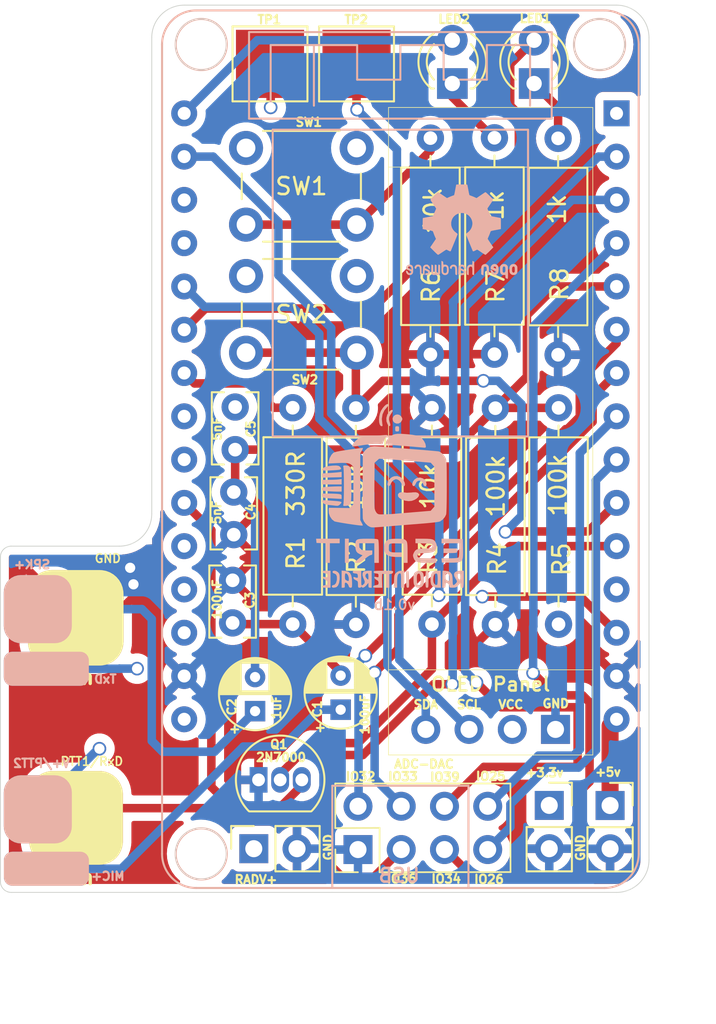
<source format=kicad_pcb>
(kicad_pcb (version 20240108) (generator "pcbnew") (generator_version "8.0")
  (layers (0 "F.Cu" signal) (1 "In1.Cu" signal) (2 "In2.Cu" signal) (31 "B.Cu" signal) (34 "B.Paste" user) (35 "F.Paste" user) (36 "B.SilkS" user "B.Silkscreen") (37 "F.SilkS" user "F.Silkscreen") (38 "B.Mask" user) (39 "F.Mask" user) (44 "Edge.Cuts" user))
  (net 0 "")
  (net 3 "TOUCHPAD1")
  (net 8 "MIC")
  (net 9 "Net-(C1-Pad2)")
  (net 10 "GND")
  (net 11 "AUDIO IN")
  (net 12 "+3.3V")
  (net 13 "SPK")
  (net 14 "SCL")
  (net 15 "SDA")
  (net 16 "LED1")
  (net 17 "Net-(D2-K)")
  (net 18 "LED2")
  (net 19 "Net-(D3-K)")
  (net 20 "PTT{slash}RADIO RX")
  (net 21 "RADIO PWR")
  (net 22 "RADIO TX")
  (net 23 "+5V")
  (net 24 "ADC2")
  (net 25 "ADC1")
  (net 26 "ADC4")
  (net 27 "DAC2")
  (net 28 "ADC5")
  (net 29 "ADC3")
  (net 30 "DAC1")
  (net 31 "PTT")
  (net 32 "SW1")
  (net 33 "SW2")
  (net 34 "AUDIO OUT")
  (net 35 "TOUCHPAD2")
  (footprint "LED_THT:LED_D3.0mm" (layer "F.Cu") (at 91.676448 61.749788 90)
    (property "Reference" "D2" (hide yes))
    (property "Value" "LED")
    (pad "1" thru_hole rect (at 0 0 90) (size 1.8 1.8) (drill 0.9) (layers "*.Cu" "*.Mask") (net 17 "Net-(D2-K)"))
    (pad "2" thru_hole circle (at 2.54 0 90) (size 1.8 1.8) (drill 0.9) (layers "*.Cu" "*.Mask") (net 16 "LED1"))
  )
  (footprint "Resistor_THT:R_Axial_DIN0309_L9.0mm_D3.2mm_P12.70mm_Horizontal" (layer "F.Cu") (at 77.496032 80.777156 -90)
    (property "Reference" "R1" (at 8.537458 -0.181148 90) (layer "F.SilkS"))
    (property "Value" "330R" (at 4.448072 -0.184948 90) (layer "F.SilkS"))
    (pad "1" thru_hole circle (at 0 0 270) (size 1.6 1.6) (drill 0.8) (layers "*.Cu" "*.Mask") (net 34 "AUDIO OUT"))
    (pad "2" thru_hole oval (at 12.7 0 270) (size 1.6 1.6) (drill 0.8) (layers "*.Cu" "*.Mask") (net 9 "Net-(C1-Pad2)"))
  )
  (footprint "Resistor_THT:R_Axial_DIN0309_L9.0mm_D3.2mm_P12.70mm_Horizontal" (layer "F.Cu") (at 89.346916 64.933919 -90)
    (property "Reference" "R7" (at 8.726081 -0.072079 90) (layer "F.SilkS"))
    (property "Value" "1k" (at 3.958973 -0.022422 90) (layer "F.SilkS"))
    (pad "1" thru_hole circle (at 0 0 270) (size 1.6 1.6) (drill 0.8) (layers "*.Cu" "*.Mask") (net 19 "Net-(D3-K)"))
    (pad "2" thru_hole oval (at 12.7 0 270) (size 1.6 1.6) (drill 0.8) (layers "*.Cu" "*.Mask") (net 10 "GND"))
  )
  (footprint "Capacitor_THT:CP_Radial_D4.0mm_P2.00mm" (layer "F.Cu") (at 80.311681 98.497704 90)
    (property "Reference" "C1" (at 0.048414 -1.368708 -90) (layer "F.SilkS") (effects (font (size 0.5 0.5) (thickness 0.125))))
    (property "Value" "100uF" (at -0.282896 1.425519 -90) (layer "F.SilkS") (effects (font (size 0.5 0.5) (thickness 0.125))))
    (pad "1" thru_hole rect (at 0 0 90) (size 1.2 1.2) (drill 0.6) (layers "*.Cu" "*.Mask") (net 8 "MIC"))
    (pad "2" thru_hole circle (at 2 0 90) (size 1.2 1.2) (drill 0.6) (layers "*.Cu" "*.Mask") (net 9 "Net-(C1-Pad2)"))
  )
  (footprint "Capacitor_THT:C_Rect_L4.0mm_W2.5mm_P2.50mm" (layer "F.Cu") (at 74.03243 85.725 -90)
    (property "Reference" "C4" (at 1.159251 -1.005562 90) (layer "F.SilkS") (effects (font (size 0.5 0.5) (thickness 0.125))))
    (property "Value" "5nF" (at 1.196494 1.005562 90) (layer "F.SilkS") (effects (font (size 0.5 0.5) (thickness 0.125))))
    (pad "1" thru_hole circle (at 0 0 270) (size 1.6 1.6) (drill 0.8) (layers "*.Cu" "*.Mask") (net 11 "AUDIO IN"))
    (pad "2" thru_hole circle (at 2.5 0 270) (size 1.6 1.6) (drill 0.8) (layers "*.Cu" "*.Mask") (net 10 "GND"))
  )
  (footprint "Resistor_THT:R_Axial_DIN0309_L9.0mm_D3.2mm_P12.70mm_Horizontal" (layer "F.Cu") (at 85.58537 64.952604 -90)
    (property "Reference" "R6" (at 8.707396 -0.03443 90) (layer "F.SilkS"))
    (property "Value" "10k" (at 4.262396 -0.13963 90) (layer "F.SilkS"))
    (pad "1" thru_hole circle (at 0 0 270) (size 1.6 1.6) (drill 0.8) (layers "*.Cu" "*.Mask") (net 32 "SW1"))
    (pad "2" thru_hole oval (at 12.7 0 270) (size 1.6 1.6) (drill 0.8) (layers "*.Cu" "*.Mask") (net 10 "GND"))
  )
  (footprint "Resistor_THT:R_Axial_DIN0309_L9.0mm_D3.2mm_P12.70mm_Horizontal" (layer "F.Cu") (at 93.110995 80.783426 -90)
    (property "Reference" "R5" (at 8.889506 -0.175102 90) (layer "F.SilkS"))
    (property "Value" "100k" (at 4.530739 0.031056 90) (layer "F.SilkS"))
    (pad "1" thru_hole circle (at 0 0 270) (size 1.6 1.6) (drill 0.8) (layers "*.Cu" "*.Mask") (net 11 "AUDIO IN"))
    (pad "2" thru_hole oval (at 12.7 0 270) (size 1.6 1.6) (drill 0.8) (layers "*.Cu" "*.Mask") (net 12 "+3.3V"))
  )
  (footprint "Capacitor_THT:CP_Radial_D4.0mm_P2.00mm" (layer "F.Cu") (at 75.283871 98.583314 90)
    (property "Reference" "C2" (at 0.24485 -1.360609 -90) (layer "F.SilkS") (effects (font (size 0.5 0.5) (thickness 0.125))))
    (property "Value" "1uF" (at 0.215599 1.262271 -90) (layer "F.SilkS") (effects (font (size 0.5 0.5) (thickness 0.125))))
    (pad "1" thru_hole rect (at 0 0 90) (size 1.2 1.2) (drill 0.6) (layers "*.Cu" "*.Mask") (net 13 "SPK"))
    (pad "2" thru_hole circle (at 2 0 90) (size 1.2 1.2) (drill 0.6) (layers "*.Cu" "*.Mask") (net 11 "AUDIO IN"))
  )
  (footprint "Display:OLED 0.91 128x38" (layer "F.Cu") (at 89.123458 84.43451 -90)
    (property "Reference" "D1" (hide yes))
    (property "Value" "~" (hide yes))
    (fp_text user "OLED Panel" (at 12.573 0 180) (layer "F.SilkS") (effects (font (size 0.8 0.8))))
    (fp_text user "VCC" (at 13.764742 -1.183957 180) (layer "F.SilkS") (effects (font (size 0.5 0.5) (thickness 0.125))))
    (fp_text user "SCL" (at 13.764742 1.279132 180) (layer "F.SilkS") (effects (font (size 0.5 0.5) (thickness 0.125))))
    (fp_text user "SDA" (at 13.764742 3.81 180) (layer "F.SilkS") (effects (font (size 0.5 0.5) (thickness 0.125))))
    (fp_text user "GND" (at 13.706097 -3.822982 180) (layer "F.SilkS") (effects (font (size 0.5 0.5) (thickness 0.125))))
    (pad "1" thru_hole rect (at 15.22 -3.81 270) (size 1.7 1.7) (drill 1) (layers "*.Cu" "*.Mask") (net 10 "GND"))
    (pad "2" thru_hole oval (at 15.22 -1.27 270) (size 1.7 1.7) (drill 1) (layers "*.Cu" "*.Mask") (net 12 "+3.3V"))
    (pad "3" thru_hole oval (at 15.22 1.27 270) (size 1.7 1.7) (drill 1) (layers "*.Cu" "*.Mask") (net 14 "SCL"))
    (pad "4" thru_hole oval (at 15.22 3.81 270) (size 1.7 1.7) (drill 1) (layers "*.Cu" "*.Mask") (net 15 "SDA"))
  )
  (footprint "Button_Switch_THT:SW_PUSH_6mm_H4.3mm" (layer "F.Cu") (at 81.2546 77.5462 180)
    (property "Reference" "SW2" (at 3.25 2.25 180) (layer "F.SilkS"))
    (property "Value" "SW_Push")
    (pad "1" thru_hole circle (at 0 0 270) (size 2 2) (drill 1.1) (layers "*.Cu" "*.Mask") (net 33 "SW2"))
    (pad "1" thru_hole circle (at 6.5 0 270) (size 2 2) (drill 1.1) (layers "*.Cu" "*.Mask") (net 33 "SW2"))
    (pad "2" thru_hole circle (at 0 4.5 270) (size 2 2) (drill 1.1) (layers "*.Cu" "*.Mask") (net 12 "+3.3V"))
    (pad "2" thru_hole circle (at 6.5 4.5 270) (size 2 2) (drill 1.1) (layers "*.Cu" "*.Mask") (net 12 "+3.3V"))
  )
  (footprint "Connector_PinSocket_2.54mm:PinSocket_1x02_P2.54mm_Vertical" (layer "F.Cu") (at 75.2094 106.6546 90)
    (property "Reference" "J5" (hide yes))
    (property "Value" "Conn_01x02_Pin")
    (pad "1" thru_hole rect (at 0 0 90) (size 1.7 1.7) (drill 1) (layers "*.Cu" "*.Mask") (net 21 "RADIO PWR"))
    (pad "2" thru_hole oval (at 0 2.54 90) (size 1.7 1.7) (drill 1) (layers "*.Cu" "*.Mask") (net 10 "GND"))
  )
  (footprint "Resistor_THT:R_Axial_DIN0309_L9.0mm_D3.2mm_P12.70mm_Horizontal" (layer "F.Cu") (at 81.205194 80.796284 -90)
    (property "Reference" "R2" (at 8.738716 -0.027236 90) (layer "F.SilkS"))
    (property "Value" "10k" (at 4.665137 0.02351 90) (layer "F.SilkS"))
    (pad "1" thru_hole circle (at 0 0 270) (size 1.6 1.6) (drill 0.8) (layers "*.Cu" "*.Mask") (net 33 "SW2"))
    (pad "2" thru_hole oval (at 12.7 0 270) (size 1.6 1.6) (drill 0.8) (layers "*.Cu" "*.Mask") (net 10 "GND"))
  )
  (footprint "Capacitor_THT:C_Rect_L4.0mm_W2.5mm_P2.50mm" (layer "F.Cu") (at 74.11439 80.736302 -90)
    (property "Reference" "C5" (at 1.284197 -0.928543 90) (layer "F.SilkS") (effects (font (size 0.5 0.5) (thickness 0.125))))
    (property "Value" "5nF" (at 1.284197 1.057752 90) (layer "F.SilkS") (effects (font (size 0.5 0.5) (thickness 0.125))))
    (pad "1" thru_hole circle (at 0 0 270) (size 1.6 1.6) (drill 0.8) (layers "*.Cu" "*.Mask") (net 12 "+3.3V"))
    (pad "2" thru_hole circle (at 2.5 0 270) (size 1.6 1.6) (drill 0.8) (layers "*.Cu" "*.Mask") (net 11 "AUDIO IN"))
  )
  (footprint "Resistor_THT:R_Axial_DIN0309_L9.0mm_D3.2mm_P12.70mm_Horizontal" (layer "F.Cu") (at 85.674358 80.777726 -90)
    (property "Reference" "R3" (at 8.776404 0.208829 90) (layer "F.SilkS"))
    (property "Value" "10k" (at 4.60351 0.147846 90) (layer "F.SilkS"))
    (pad "1" thru_hole circle (at 0 0 270) (size 1.6 1.6) (drill 0.8) (layers "*.Cu" "*.Mask") (net 10 "GND"))
    (pad "2" thru_hole oval (at 12.7 0 270) (size 1.6 1.6) (drill 0.8) (layers "*.Cu" "*.Mask") (net 31 "PTT"))
  )
  (footprint "LED_THT:LED_D3.0mm" (layer "F.Cu") (at 86.871899 61.749788 90)
    (property "Reference" "D3" (hide yes))
    (property "Value" "LED")
    (pad "1" thru_hole rect (at 0 0 90) (size 1.8 1.8) (drill 0.9) (layers "*.Cu" "*.Mask") (net 19 "Net-(D3-K)"))
    (pad "2" thru_hole circle (at 2.54 0 90) (size 1.8 1.8) (drill 0.9) (layers "*.Cu" "*.Mask") (net 18 "LED2"))
  )
  (footprint "Connector_PinSocket_2.54mm:PinSocket_1x02_P2.54mm_Vertical" (layer "F.Cu") (at 92.566202 104.114094)
    (property "Reference" "J3" (hide yes))
    (property "Value" "Conn_01x02_Pin")
    (pad "1" thru_hole rect (at 0 0) (size 1.7 1.7) (drill 1) (layers "*.Cu" "*.Mask") (net 12 "+3.3V"))
    (pad "2" thru_hole oval (at 0 2.54) (size 1.7 1.7) (drill 1) (layers "*.Cu" "*.Mask") (net 10 "GND"))
  )
  (footprint "Button_Switch_THT:SW_PUSH_6mm_H4.3mm" (layer "F.Cu") (at 81.2522 70.032 180)
    (property "Reference" "SW1" (at 3.25 2.25 180) (layer "F.SilkS"))
    (property "Value" "SW_Push")
    (pad "1" thru_hole circle (at 0 0 270) (size 2 2) (drill 1.1) (layers "*.Cu" "*.Mask") (net 32 "SW1"))
    (pad "1" thru_hole circle (at 6.5 0 270) (size 2 2) (drill 1.1) (layers "*.Cu" "*.Mask") (net 32 "SW1"))
    (pad "2" thru_hole circle (at 0 4.5 270) (size 2 2) (drill 1.1) (layers "*.Cu" "*.Mask") (net 12 "+3.3V"))
    (pad "2" thru_hole circle (at 6.5 4.5 270) (size 2 2) (drill 1.1) (layers "*.Cu" "*.Mask") (net 12 "+3.3V"))
  )
  (footprint "Connector_PinSocket_2.54mm:PinSocket_1x02_P2.54mm_Vertical" (layer "F.Cu") (at 96.139 104.121567)
    (property "Reference" "J2" (hide yes))
    (property "Value" "Conn_01x02_Pin")
    (pad "1" thru_hole rect (at 0 0) (size 1.7 1.7) (drill 1) (layers "*.Cu" "*.Mask") (net 23 "+5V"))
    (pad "2" thru_hole oval (at 0 2.54) (size 1.7 1.7) (drill 1) (layers "*.Cu" "*.Mask") (net 10 "GND"))
  )
  (footprint "TestPoint:TestPoint_Pad_4.0x4.0mm" (layer "F.Cu") (at 76.161061 60.596172)
    (property "Reference" "TP1" (hide yes))
    (property "Value" "TestPoint_Probe")
    (pad "1" smd rect (at 0 0) (size 4 4) (layers "F.Cu" "F.Mask") (net 3 "TOUCHPAD1"))
  )
  (footprint "Resistor_THT:R_Axial_DIN0309_L9.0mm_D3.2mm_P12.70mm_Horizontal" (layer "F.Cu") (at 93.086167 64.967362 -90)
    (property "Reference" "R8" (at 8.55608 -0.088041 90) (layer "F.SilkS"))
    (property "Value" "1k" (at 4.161402 0.060931 90) (layer "F.SilkS"))
    (pad "1" thru_hole circle (at 0 0 270) (size 1.6 1.6) (drill 0.8) (layers "*.Cu" "*.Mask") (net 17 "Net-(D2-K)"))
    (pad "2" thru_hole oval (at 12.7 0 270) (size 1.6 1.6) (drill 0.8) (layers "*.Cu" "*.Mask") (net 10 "GND"))
  )
  (footprint "TestPoint:TestPoint_Pad_4.0x4.0mm" (layer "F.Cu") (at 81.244653 60.598013)
    (property "Reference" "TP2" (hide yes))
    (property "Value" "TestPoint_Probe")
    (pad "1" smd rect (at 0 0) (size 4 4) (layers "F.Cu" "F.Mask") (net 35 "TOUCHPAD2"))
  )
  (footprint "Resistor_THT:R_Axial_DIN0309_L9.0mm_D3.2mm_P12.70mm_Horizontal" (layer "F.Cu") (at 89.399106 93.503314 90)
    (property "Reference" "R4" (at 3.862635 0.115722 -90) (layer "F.SilkS"))
    (property "Value" "100k" (at 8.128229 0.03148 -90) (layer "F.SilkS"))
    (pad "1" thru_hole circle (at 0 0 90) (size 1.6 1.6) (drill 0.8) (layers "*.Cu" "*.Mask") (net 10 "GND"))
    (pad "2" thru_hole oval (at 12.7 0 90) (size 1.6 1.6) (drill 0.8) (layers "*.Cu" "*.Mask") (net 11 "AUDIO IN"))
  )
  (footprint "Package_TO_SOT_THT:TO-92_Inline" (layer "F.Cu") (at 75.4888 102.616)
    (property "Reference" "Q1" (at 1.1938 -2.0828 0) (layer "F.SilkS") (effects (font (size 0.5 0.5) (thickness 0.125))))
    (property "Value" "2N7000" (at 1.3208 -1.3208 180) (layer "F.SilkS") (effects (font (size 0.5 0.5) (thickness 0.125))))
    (pad "1" thru_hole rect (at 0 0) (size 1.05 1.5) (drill 0.75) (layers "*.Cu" "*.Mask") (net 10 "GND"))
    (pad "2" thru_hole oval (at 1.27 0) (size 1.05 1.5) (drill 0.75) (layers "*.Cu" "*.Mask") (net 31 "PTT"))
    (pad "3" thru_hole oval (at 2.54 0) (size 1.05 1.5) (drill 0.75) (layers "*.Cu" "*.Mask") (net 20 "PTT{slash}RADIO RX"))
  )
  (footprint "Capacitor_THT:C_Rect_L4.0mm_W2.5mm_P2.50mm" (layer "F.Cu") (at 73.965418 93.403775 90)
    (property "Reference" "C3" (at 1.328775 1.015382 90) (layer "F.SilkS") (effects (font (size 0.5 0.5) (thickness 0.125))))
    (property "Value" "100nF" (at 1.379575 -0.915018 90) (layer "F.SilkS") (effects (font (size 0.5 0.5) (thickness 0.125))))
    (pad "1" thru_hole circle (at 0 0 90) (size 1.6 1.6) (drill 0.8) (layers "*.Cu" "*.Mask") (net 9 "Net-(C1-Pad2)"))
    (pad "2" thru_hole circle (at 2.5 0 90) (size 1.6 1.6) (drill 0.8) (layers "*.Cu" "*.Mask") (net 10 "GND"))
  )
  (footprint "Radio Connectors:Rig Audio Connector" (layer "B.Cu") (at 67.561409 99.379487 180)
    (property "Reference" "J1" (hide yes))
    (property "Value" "~" (hide yes))
    (fp_text user "SPK+" (at 4.244954 9.106118 0) (layer "B.SilkS") (effects (font (size 0.5 0.5) (thickness 0.125) (bold yes)) (justify left bottom mirror)))
    (fp_text user "V+/PTT2" (at 3.085441 -2.555817 0) (layer "B.SilkS") (effects (font (size 0.5 0.5) (thickness 0.125) (bold yes)) (justify left bottom mirror)))
    (fp_text user "MIC+" (at -0.121927 -9.18393 0) (layer "B.SilkS") (effects (font (size 0.5 0.5) (thickness 0.125) (bold yes)) (justify left bottom mirror)))
    (fp_text user "TxD" (at 0.347618 2.387015 0) (layer "B.SilkS") (effects (font (size 0.5 0.5) (thickness 0.125) (bold yes)) (justify left bottom mirror)))
    (fp_text user "GND" (at 1.756255 9.463739 0) (layer "F.SilkS") (effects (font (size 0.5 0.5) (thickness 0.1)) (justify left bottom)))
    (fp_text user "PTT1/RxD" (at 3.768593 -2.442596 0) (layer "F.SilkS") (effects (font (size 0.5 0.5) (thickness 0.1)) (justify left bottom)))
    (pad "1" connect roundrect (at 5.041406 6.783216 180) (size 3.999994 4) (property pad_prop_testpoint) (layers "B.Cu" "B.SilkS" "B.Mask") (net 13 "SPK"))
    (pad "2" connect roundrect (at 4.541409 3.283216 180) (size 5 2) (layers "B.Cu" "B.SilkS" "B.Mask") (net 22 "RADIO TX"))
    (pad "3" connect roundrect (at 2.813965 6.274573 180) (size 5.616522 5.606762) (layers "F.Cu" "F.SilkS" "F.Mask") (net 10 "GND"))
    (pad "4" connect roundrect (at 5.041407 -4.966784 180) (size 3.999996 4) (layers "B.Cu" "B.SilkS" "B.Mask") (net 21 "RADIO PWR"))
    (pad "5" connect roundrect (at 4.536295 -8.452452 180) (size 4.999996 2) (layers "B.Cu" "B.SilkS" "B.Mask") (net 8 "MIC"))
    (pad "6" connect roundrect (at 2.791409 -5.466784 180) (size 5.5 5.5) (layers "F.Cu" "F.SilkS" "F.Mask") (net 20 "PTT{slash}RADIO RX"))
  )
  (footprint "Connector_PinSocket_2.54mm:PinSocket_2x04_P2.54mm_Vertical" (layer "B.Cu") (at 81.3308 106.7054 -90)
    (property "Reference" "J4" (hide yes))
    (property "Value" "Conn_02x04_Top_Bottom")
    (pad "1" thru_hole rect (at 0 0 270) (size 1.7 1.7) (drill 1) (layers "*.Cu" "*.Mask") (net 10 "GND"))
    (pad "2" thru_hole oval (at -2.54 0 270) (size 1.7 1.7) (drill 1) (layers "*.Cu" "*.Mask") (net 25 "ADC1"))
    (pad "3" thru_hole oval (at 0 -2.54 270) (size 1.7 1.7) (drill 1) (layers "*.Cu" "*.Mask") (net 26 "ADC4"))
    (pad "4" thru_hole oval (at -2.54 -2.54 270) (size 1.7 1.7) (drill 1) (layers "*.Cu" "*.Mask") (net 24 "ADC2"))
    (pad "5" thru_hole oval (at 0 -5.08 270) (size 1.7 1.7) (drill 1) (layers "*.Cu" "*.Mask") (net 29 "ADC3"))
    (pad "6" thru_hole oval (at -2.54 -5.08 270) (size 1.7 1.7) (drill 1) (layers "*.Cu" "*.Mask") (net 28 "ADC5"))
    (pad "7" thru_hole oval (at 0 -7.62 270) (size 1.7 1.7) (drill 1) (layers "*.Cu" "*.Mask") (net 27 "DAC2"))
    (pad "8" thru_hole oval (at -2.54 -7.62 270) (size 1.7 1.7) (drill 1) (layers "*.Cu" "*.Mask") (net 30 "DAC1"))
  )
  (footprint "LOGO" (layer "B.Cu") (at 83.439 85.7758 180)
    (property "Reference" "G***" (hide yes))
    (property "Value" "LOGO" (hide yes))
  )
  (footprint "ESP32-doit:esp32 devkit doit" (layer "B.Cu") (at 83.82 63.5 180)
    (property "Reference" "U1" (hide yes))
    (property "Value" "ESP32_DevKit_V1_DOIT")
    (fp_text user "USB" (at 0.071606 -44.721338 180) (layer "B.SilkS") (effects (font (size 0.8 0.8)) (justify mirror)))
    (pad "1" thru_hole rect (at -12.7 0 180) (size 1.524 1.524) (drill 0.762) (layers "*.Cu" "*.Mask"))
    (pad "2" thru_hole circle (at -12.7 -2.54 180) (size 1.524 1.524) (drill 0.762) (layers "*.Cu" "*.Mask") (net 26 "ADC4"))
    (pad "3" thru_hole circle (at -12.7 -5.08 180) (size 1.524 1.524) (drill 0.762) (layers "*.Cu" "*.Mask") (net 28 "ADC5"))
    (pad "4" thru_hole circle (at -12.7 -7.62 180) (size 1.524 1.524) (drill 0.762) (layers "*.Cu" "*.Mask") (net 29 "ADC3"))
    (pad "5" thru_hole circle (at -12.7 -10.16 180) (size 1.524 1.524) (drill 0.762) (layers "*.Cu" "*.Mask") (net 11 "AUDIO IN"))
    (pad "6" thru_hole circle (at -12.7 -12.7 180) (size 1.524 1.524) (drill 0.762) (layers "*.Cu" "*.Mask") (net 25 "ADC1"))
    (pad "7" thru_hole circle (at -12.7 -15.24 180) (size 1.524 1.524) (drill 0.762) (layers "*.Cu" "*.Mask") (net 24 "ADC2"))
    (pad "8" thru_hole circle (at -12.7 -17.78 180) (size 1.524 1.524) (drill 0.762) (layers "*.Cu" "*.Mask") (net 30 "DAC1"))
    (pad "9" thru_hole circle (at -12.7 -20.32 180) (size 1.524 1.524) (drill 0.762) (layers "*.Cu" "*.Mask") (net 27 "DAC2"))
    (pad "10" thru_hole circle (at -12.7 -22.86 180) (size 1.524 1.524) (drill 0.762) (layers "*.Cu" "*.Mask") (net 33 "SW2"))
    (pad "11" thru_hole circle (at -12.7 -25.4 180) (size 1.524 1.524) (drill 0.762) (layers "*.Cu" "*.Mask") (net 31 "PTT"))
    (pad "12" thru_hole circle (at -12.7 -27.94 180) (size 1.524 1.524) (drill 0.762) (layers "*.Cu" "*.Mask"))
    (pad "13" thru_hole circle (at -12.7 -30.48 180) (size 1.524 1.524) (drill 0.762) (layers "*.Cu" "*.Mask") (net 35 "TOUCHPAD2"))
    (pad "14" thru_hole circle (at -12.7 -33.02 180) (size 1.524 1.524) (drill 0.762) (layers "*.Cu" "*.Mask") (net 10 "GND"))
    (pad "15" thru_hole circle (at -12.7 -35.56 180) (size 1.524 1.524) (drill 0.762) (layers "*.Cu" "*.Mask") (net 23 "+5V"))
    (pad "16" thru_hole circle (at 12.7 -35.56 180) (size 1.524 1.524) (drill 0.762) (layers "*.Cu" "*.Mask") (net 12 "+3.3V"))
    (pad "17" thru_hole circle (at 12.7 -33.02 180) (size 1.524 1.524) (drill 0.762) (layers "*.Cu" "*.Mask") (net 10 "GND"))
    (pad "18" thru_hole circle (at 12.7 -30.48 180) (size 1.524 1.524) (drill 0.762) (layers "*.Cu" "*.Mask") (net 3 "TOUCHPAD1"))
    (pad "19" thru_hole circle (at 12.7 -27.94 180) (size 1.524 1.524) (drill 0.762) (layers "*.Cu" "*.Mask"))
    (pad "20" thru_hole circle (at 12.7 -25.4 180) (size 1.524 1.524) (drill 0.762) (layers "*.Cu" "*.Mask") (net 32 "SW1"))
    (pad "21" thru_hole circle (at 12.7 -22.86 180) (size 1.524 1.524) (drill 0.762) (layers "*.Cu" "*.Mask") (net 20 "PTT{slash}RADIO RX"))
    (pad "22" thru_hole circle (at 12.7 -20.32 180) (size 1.524 1.524) (drill 0.762) (layers "*.Cu" "*.Mask") (net 22 "RADIO TX"))
    (pad "23" thru_hole circle (at 12.7 -17.78 180) (size 1.524 1.524) (drill 0.762) (layers "*.Cu" "*.Mask"))
    (pad "24" thru_hole circle (at 12.7 -15.24 180) (size 1.524 1.524) (drill 0.762) (layers "*.Cu" "*.Mask") (net 34 "AUDIO OUT"))
    (pad "25" thru_hole circle (at 12.7 -12.7 180) (size 1.524 1.524) (drill 0.762) (layers "*.Cu" "*.Mask") (net 16 "LED1"))
    (pad "26" thru_hole circle (at 12.7 -10.16 180) (size 1.524 1.524) (drill 0.762) (layers "*.Cu" "*.Mask") (net 15 "SDA"))
    (pad "27" thru_hole circle (at 12.7 -7.62 180) (size 1.524 1.524) (drill 0.762) (layers "*.Cu" "*.Mask"))
    (pad "28" thru_hole circle (at 12.7 -5.08 180) (size 1.524 1.524) (drill 0.762) (layers "*.Cu" "*.Mask"))
    (pad "29" thru_hole circle (at 12.7 -2.54 180) (size 1.524 1.524) (drill 0.762) (layers "*.Cu" "*.Mask") (net 14 "SCL"))
    (pad "30" thru_hole circle (at 12.7 0 180) (size 1.524 1.524) (drill 0.762) (layers "*.Cu" "*.Mask") (net 18 "LED2"))
  )
  (footprint "Symbol:OSHW-Logo2_7.3x6mm_SilkScreen" (layer "B.Cu") (at 87.4268 70.4342 180)
    (property "Reference" "REF**" (hide yes))
    (property "Value" "OSHW-Logo2_7.3x6mm_SilkScreen" (hide yes))
  )
  (gr_line (start 69.215 59.055) (end 69.215 86.995) (stroke (width 0.05)) (layer "Edge.Cuts"))
  (gr_arc (start 69.215 59.055) (mid 69.772962 57.707962) (end 71.12 57.15) (stroke (width 0.05)) (layer "Edge.Cuts"))
  (gr_circle (center 72.103261 59.455049) (end 73.600604 59.455049) (stroke (width 0.05)) (fill none) (layer "Edge.Cuts"))
  (gr_line (start 60.325 89.535) (end 60.325 108.585) (stroke (width 0.05)) (layer "Edge.Cuts"))
  (gr_circle (center 95.513016 59.45439) (end 97.010359 59.45439) (stroke (width 0.05)) (fill none) (layer "Edge.Cuts"))
  (gr_arc (start 60.96 109.22) (mid 60.510987 109.034013) (end 60.325 108.585) (stroke (width 0.05)) (layer "Edge.Cuts"))
  (gr_line (start 71.12 57.15) (end 96.52 57.15) (stroke (width 0.05)) (layer "Edge.Cuts"))
  (gr_arc (start 69.215 86.995) (mid 68.657038 88.342038) (end 67.31 88.9) (stroke (width 0.05)) (layer "Edge.Cuts"))
  (gr_line (start 98.425 59.055) (end 98.425 107.315) (stroke (width 0.05)) (layer "Edge.Cuts"))
  (gr_arc (start 98.425 107.315) (mid 97.867038 108.662038) (end 96.52 109.22) (stroke (width 0.05)) (layer "Edge.Cuts"))
  (gr_circle (center 72.099687 106.950514) (end 73.59703 106.950514) (stroke (width 0.05)) (fill none) (layer "Edge.Cuts"))
  (gr_line (start 67.31 88.9) (end 60.96 88.9) (stroke (width 0.05)) (layer "Edge.Cuts"))
  (gr_arc (start 60.325 89.535) (mid 60.510987 89.085987) (end 60.96 88.9) (stroke (width 0.05)) (layer "Edge.Cuts"))
  (gr_arc (start 96.52 57.15) (mid 97.867038 57.707962) (end 98.425 59.055) (stroke (width 0.05)) (layer "Edge.Cuts"))
  (gr_line (start 96.52 109.22) (end 60.96 109.22) (stroke (width 0.05)) (layer "Edge.Cuts"))
  (gr_text "v0.1b" (at 84.7598 92.6846 0) (layer "B.SilkS") (effects (font (size 0.6 0.6) (thickness 0.1)) (justify left bottom mirror)))
  (gr_text "TP1" (at 75.3618 58.293 0) (layer "F.SilkS") (effects (font (size 0.5 0.5) (thickness 0.125) (bold yes)) (justify left bottom)))
  (gr_text "+5v" (at 95.197591 102.454385 0) (layer "F.SilkS") (effects (font (size 0.5 0.5) (thickness 0.125) (bold yes)) (justify left bottom)))
  (gr_text "SW2" (at 77.3684 79.4258 0) (layer "F.SilkS") (effects (font (size 0.5 0.5) (thickness 0.125) (bold yes)) (justify left bottom)))
  (gr_text "IO34\n\n" (at 85.5726 109.5248 0) (layer "F.SilkS") (effects (font (size 0.5 0.5) (thickness 0.125) (bold yes)) (justify left bottom)))
  (gr_text "IO36\n" (at 82.9564 108.712 0) (layer "F.SilkS") (effects (font (size 0.5 0.5) (thickness 0.125) (bold yes)) (justify left bottom)))
  (gr_text "IO32" (at 80.5434 102.7176 0) (layer "F.SilkS") (effects (font (size 0.5 0.5) (thickness 0.125) (bold yes)) (justify left bottom)))
  (gr_text "TP2" (at 80.4672 58.293 0) (layer "F.SilkS") (effects (font (size 0.5 0.5) (thickness 0.125) (bold yes)) (justify left bottom)))
  (gr_text "IO26\n\n" (at 88.0872 109.5502 0) (layer "F.SilkS") (effects (font (size 0.5 0.5) (thickness 0.125) (bold yes)) (justify left bottom)))
  (gr_text "ADC-DAC" (at 83.3882 101.981 0) (layer "F.SilkS") (effects (font (size 0.5 0.5) (thickness 0.125) (bold yes)) (justify left bottom)))
  (gr_text "LED2\n" (at 85.979 58.2676 0) (layer "F.SilkS") (effects (font (size 0.5 0.5) (thickness 0.125) (bold yes)) (justify left bottom)))
  (gr_text "SW1" (at 77.597 64.3128 0) (layer "F.SilkS") (effects (font (size 0.5 0.5) (thickness 0.125) (bold yes)) (justify left bottom)))
  (gr_text "GND" (at 79.883 107.4166 90) (layer "F.SilkS") (effects (font (size 0.5 0.5) (thickness 0.125) (bold yes)) (justify left bottom)))
  (gr_text "IO25\n\n" (at 88.1888 103.505 0) (layer "F.SilkS") (effects (font (size 0.5 0.5) (thickness 0.125) (bold yes)) (justify left bottom)))
  (gr_text "RADV+" (at 74.0156 108.7628 0) (layer "F.SilkS") (effects (font (size 0.5 0.5) (thickness 0.125) (bold yes)) (justify left bottom)))
  (gr_text "LED1\n" (at 90.7542 58.2168 0) (layer "F.SilkS") (effects (font (size 0.5 0.5) (thickness 0.125) (bold yes)) (justify left bottom)))
  (gr_text "IO39\n" (at 85.4964 102.743 0) (layer "F.SilkS") (effects (font (size 0.5 0.5) (thickness 0.125) (bold yes)) (justify left bottom)))
  (gr_text "GND" (at 94.6912 107.442 90) (layer "F.SilkS") (effects (font (size 0.5 0.5) (thickness 0.125) (bold yes)) (justify left bottom)))
  (gr_text "+3.3v" (at 91.117015 102.487293 0) (layer "F.SilkS") (effects (font (size 0.5 0.5) (thickness 0.125) (bold yes)) (justify left bottom)))
  (gr_text "IO33\n" (at 83.0326 102.7176 0) (layer "F.SilkS") (effects (font (size 0.5 0.5) (thickness 0.125) (bold yes)) (justify left bottom)))
  (segment (start 76.2 60.635111) (end 76.161061 60.596172) (width 0.5) (layer "F.Cu") (net 3))
  (segment (start 76.2 63.150444) (end 76.2 60.635111) (width 0.5) (layer "F.Cu") (net 3))
  (via (at 76.2 63.150444) (size 0.8) (drill 0.6) (layers "F.Cu" "B.Cu") (net 3))
  (segment (start 67.428061 107.831939) (end 63.025114 107.831939) (width 0.5) (layer "B.Cu") (net 8))
  (segment (start 74.5998 100.6602) (end 67.428061 107.831939) (width 0.5) (layer "B.Cu") (net 8))
  (segment (start 76.9112 100.6602) (end 74.5998 100.6602) (width 0.5) (layer "B.Cu") (net 8))
  (segment (start 79.073696 98.497704) (end 76.9112 100.6602) (width 0.5) (layer "B.Cu") (net 8))
  (segment (start 80.311681 98.497704) (end 79.073696 98.497704) (width 0.5) (layer "B.Cu") (net 8))
  (segment (start 74.038799 93.477156) (end 73.965418 93.403775) (width 0.5) (layer "F.Cu") (net 9))
  (segment (start 80.311681 96.497704) (end 80.311681 96.292805) (width 0.5) (layer "F.Cu") (net 9))
  (segment (start 77.496032 93.477156) (end 74.038799 93.477156) (width 0.5) (layer "F.Cu") (net 9))
  (segment (start 80.311681 96.292805) (end 77.496032 93.477156) (width 0.5) (layer "F.Cu") (net 9))
  (segment (start 68.140682 91.879318) (end 66.915086 93.104914) (width 0.5) (layer "F.Cu") (net 10))
  (segment (start 67.682358 90.17) (end 64.747444 93.104914) (width 0.5) (layer "F.Cu") (net 10))
  (segment (start 67.945 90.17) (end 67.682358 90.17) (width 0.5) (layer "F.Cu") (net 10))
  (segment (start 66.915086 93.104914) (end 64.747444 93.104914) (width 0.5) (layer "F.Cu") (net 10))
  (segment (start 68.140682 91.139602) (end 68.140682 91.879318) (width 0.5) (layer "F.Cu") (net 10))
  (via (at 67.945 90.17) (size 0.8) (drill 0.6) (layers "F.Cu" "B.Cu") (net 10))
  (via (at 68.140682 91.139602) (size 0.8) (drill 0.6) (layers "F.Cu" "B.Cu") (net 10))
  (segment (start 91.253785 78.948635) (end 91.253785 75.344815) (width 0.5) (layer "F.Cu") (net 11))
  (segment (start 89.394026 80.783426) (end 93.110995 80.783426) (width 0.5) (layer "F.Cu") (net 11))
  (segment (start 86.966118 83.236302) (end 89.399106 80.803314) (width 0.5) (layer "F.Cu") (net 11))
  (segment (start 89.399106 80.788506) (end 89.394026 80.783426) (width 0.5) (layer "F.Cu") (net 11))
  (segment (start 91.253785 75.344815) (end 92.9386 73.66) (width 0.5) (layer "F.Cu") (net 11))
  (segment (start 74.11439 85.64304) (end 74.03243 85.725) (width 0.5) (layer "F.Cu") (net 11))
  (segment (start 92.9386 73.66) (end 96.52 73.66) (width 0.5) (layer "F.Cu") (net 11))
  (segment (start 74.11439 83.236302) (end 74.11439 85.64304) (width 0.5) (layer "F.Cu") (net 11))
  (segment (start 74.11439 83.236302) (end 86.966118 83.236302) (width 0.5) (layer "F.Cu") (net 11))
  (segment (start 89.399106 80.803314) (end 91.253785 78.948635) (width 0.5) (layer "F.Cu") (net 11))
  (segment (start 89.399106 80.803314) (end 89.399106 80.788506) (width 0.5) (layer "F.Cu") (net 11))
  (segment (start 74.03243 85.725) (end 74.03243 85.60657) (width 0.5) (layer "F.Cu") (net 11))
  (segment (start 75.283871 96.583314) (end 75.283871 86.976441) (width 0.5) (layer "B.Cu") (net 11))
  (segment (start 75.283871 86.976441) (end 74.03243 85.725) (width 0.5) (layer "B.Cu") (net 11))
  (segment (start 75.283871 98.583314) (end 72.902185 100.965) (width 0.5) (layer "B.Cu") (net 13))
  (segment (start 72.902185 100.965) (end 69.85 100.965) (width 0.5) (layer "B.Cu") (net 13))
  (segment (start 68.635979 92.596271) (end 62.520003 92.596271) (width 0.5) (layer "B.Cu") (net 13))
  (segment (start 69.85 100.965) (end 69.215 100.33) (width 0.5) (layer "B.Cu") (net 13))
  (segment (start 69.215 100.33) (end 69.215 93.175292) (width 0.5) (layer "B.Cu") (net 13))
  (segment (start 69.215 93.175292) (end 68.635979 92.596271) (width 0.5) (layer "B.Cu") (net 13))
  (segment (start 83.758 95.559052) (end 83.758 85.116857) (width 0.5) (layer "B.Cu") (net 14))
  (segment (start 87.853458 99.65451) (end 83.758 95.559052) (width 0.5) (layer "B.Cu") (net 14))
  (segment (start 79.756 76.0984) (end 76.6572 72.9996) (width 0.5) (layer "B.Cu") (net 14))
  (segment (start 72.8218 66.04) (end 71.12 66.04) (width 0.5) (layer "B.Cu") (net 14))
  (segment (start 79.756 81.114857) (end 79.756 76.0984) (width 0.5) (layer "B.Cu") (net 14))
  (segment (start 76.6572 69.8754) (end 72.8218 66.04) (width 0.5) (layer "B.Cu") (net 14))
  (segment (start 83.758 85.116857) (end 79.756 81.114857) (width 0.5) (layer "B.Cu") (net 14))
  (segment (start 76.6572 72.9996) (end 76.6572 69.8754) (width 0.5) (layer "B.Cu") (net 14))
  (segment (start 79.056 81.404807) (end 79.056 76.4398) (width 0.5) (layer "B.Cu") (net 15))
  (segment (start 83.058 85.406807) (end 79.056 81.404807) (width 0.5) (layer "B.Cu") (net 15))
  (segment (start 72.3138 74.8538) (end 71.12 73.66) (width 0.5) (layer "B.Cu") (net 15))
  (segment (start 85.313458 98.140458) (end 83.058 95.885) (width 0.5) (layer "B.Cu") (net 15))
  (segment (start 79.056 76.4398) (end 77.47 74.8538) (width 0.5) (layer "B.Cu") (net 15))
  (segment (start 83.058 95.885) (end 83.058 85.406807) (width 0.5) (layer "B.Cu") (net 15))
  (segment (start 77.47 74.8538) (end 72.3138 74.8538) (width 0.5) (layer "B.Cu") (net 15))
  (segment (start 85.313458 99.65451) (end 85.313458 98.140458) (width 0.5) (layer "B.Cu") (net 15))
  (segment (start 90.2716 60.614636) (end 91.676448 59.209788) (width 0.5) (layer "F.Cu") (net 16))
  (segment (start 90.2716 63.04494) (end 90.2716 60.614636) (width 0.5) (layer "F.Cu") (net 16))
  (segment (start 90.7796 63.55294) (end 90.2716 63.04494) (width 0.5) (layer "F.Cu") (net 16))
  (segment (start 90.7796 66.3702) (end 90.7796 63.55294) (width 0.5) (layer "F.Cu") (net 16))
  (segment (start 82.1944 74.9554) (end 90.7796 66.3702) (width 0.5) (layer "F.Cu") (net 16))
  (segment (start 72.3646 74.9554) (end 82.1944 74.9554) (width 0.5) (layer "F.Cu") (net 16))
  (segment (start 71.12 76.2) (end 72.3646 74.9554) (width 0.5) (layer "F.Cu") (net 16))
  (segment (start 93.086167 64.967362) (end 93.086167 63.159507) (width 0.5) (layer "F.Cu") (net 17))
  (segment (start 93.086167 63.159507) (end 91.676448 61.749788) (width 0.5) (layer "F.Cu") (net 17))
  (segment (start 75.410212 59.209788) (end 71.12 63.5) (width 0.5) (layer "B.Cu") (net 18))
  (segment (start 86.871899 59.209788) (end 75.410212 59.209788) (width 0.5) (layer "B.Cu") (net 18))
  (segment (start 89.346916 64.933919) (end 89.267119 64.933919) (width 0.5) (layer "F.Cu") (net 19))
  (segment (start 89.267119 64.933919) (end 86.871899 62.538699) (width 0.5) (layer "F.Cu") (net 19))
  (segment (start 86.871899 62.538699) (end 86.871899 61.749788) (width 0.5) (layer "F.Cu") (net 19))
  (segment (start 72.715418 87.955418) (end 72.715418 103.02665) (width 0.5) (layer "F.Cu") (net 20))
  (segment (start 76.70215 104.276032) (end 73.9648 104.276032) (width 0.5) (layer "F.Cu") (net 20))
  (segment (start 73.9648 104.276032) (end 65.340239 104.276032) (width 0.5) (layer "F.Cu") (net 20))
  (segment (start 78.0288 102.949382) (end 78.0288 102.616) (width 0.5) (layer "F.Cu") (net 20))
  (segment (start 76.70215 104.276032) (end 78.0288 102.949382) (width 0.5) (layer "F.Cu") (net 20))
  (segment (start 72.715418 103.02665) (end 73.9648 104.276032) (width 0.5) (layer "F.Cu") (net 20))
  (segment (start 71.12 86.36) (end 72.715418 87.955418) (width 0.5) (layer "F.Cu") (net 20))
  (segment (start 65.340239 104.276032) (end 64.77 104.846271) (width 0.5) (layer "F.Cu") (net 20))
  (via (at 66.1416 100.7872) (size 0.8) (drill 0.6) (layers "F.Cu" "B.Cu") (net 21))
  (segment (start 62.520002 104.346271) (end 66.079073 100.7872) (width 0.5) (layer "B.Cu") (net 21))
  (segment (start 66.079073 100.7872) (end 66.1416 100.7872) (width 0.5) (layer "B.Cu") (net 21))
  (via (at 68.3514 96.0882) (size 0.8) (drill 0.6) (layers "F.Cu" "B.Cu") (net 22))
  (segment (start 67.318071 96.0882) (end 67.31 96.096271) (width 0.5) (layer "B.Cu") (net 22))
  (segment (start 68.3514 96.0882) (end 67.318071 96.0882) (width 0.5) (layer "B.Cu") (net 22))
  (segment (start 67.31 96.096271) (end 63.02 96.096271) (width 0.5) (layer "B.Cu") (net 22))
  (segment (start 96.139 99.441) (end 96.52 99.06) (width 0.8) (layer "F.Cu") (net 23))
  (segment (start 96.139 104.121567) (end 96.139 99.441) (width 1) (layer "F.Cu") (net 23))
  (segment (start 82.308 96.3168) (end 83.7072 94.9176) (width 0.5) (layer "F.Cu") (net 24))
  (segment (start 85.777939 90.929861) (end 95.1118 81.596) (width 0.5) (layer "F.Cu") (net 24))
  (segment (start 85.722277 90.929861) (end 85.777939 90.929861) (width 0.5) (layer "F.Cu") (net 24))
  (segment (start 83.7072 92.944938) (end 85.722277 90.929861) (width 0.5) (layer "F.Cu") (net 24))
  (segment (start 83.7072 94.9176) (end 83.7072 92.944938) (width 0.5) (layer "F.Cu") (net 24))
  (segment (start 95.1118 81.596) (end 95.1118 80.1482) (width 0.5) (layer "F.Cu") (net 24))
  (segment (start 95.1118 80.1482) (end 96.52 78.74) (width 0.5) (layer "F.Cu") (net 24))
  (via (at 82.308 96.3168) (size 0.8) (drill 0.6) (layers "F.Cu" "B.Cu") (net 24))
  (segment (start 82.308 102.544729) (end 83.903271 104.14) (width 0.5) (layer "B.Cu") (net 24))
  (segment (start 82.308 96.3168) (end 82.308 102.544729) (width 0.5) (layer "B.Cu") (net 24))
  (segment (start 83.0072 94.0816) (end 83.0072 92.5576) (width 0.5) (layer "F.Cu") (net 25))
  (segment (start 94.361 81.301188) (end 94.361 79.1464) (width 0.5) (layer "F.Cu") (net 25))
  (segment (start 93.628762 82.033426) (end 94.361 81.301188) (width 0.5) (layer "F.Cu") (net 25))
  (segment (start 93.531374 82.033426) (end 93.628762 82.033426) (width 0.5) (layer "F.Cu") (net 25))
  (segment (start 83.0072 92.5576) (end 93.531374 82.033426) (width 0.5) (layer "F.Cu") (net 25))
  (segment (start 81.7626 95.3262) (end 83.0072 94.0816) (width 0.5) (layer "F.Cu") (net 25))
  (segment (start 96.52 76.9874) (end 96.52 76.2) (width 0.5) (layer "F.Cu") (net 25))
  (segment (start 94.361 79.1464) (end 96.52 76.9874) (width 0.5) (layer "F.Cu") (net 25))
  (via (at 81.7626 95.3262) (size 0.8) (drill 0.6) (layers "F.Cu" "B.Cu") (net 25))
  (segment (start 81.363271 95.725529) (end 81.363271 104.14) (width 0.5) (layer "B.Cu") (net 25))
  (segment (start 81.7626 95.3262) (end 81.363271 95.725529) (width 0.5) (layer "B.Cu") (net 25))
  (segment (start 85.77515 97.0026) (end 81.62075 101.157) (width 0.5) (layer "F.Cu") (net 26))
  (segment (start 79.5782 107.494929) (end 80.388871 108.3056) (width 0.5) (layer "F.Cu") (net 26))
  (segment (start 79.9704 101.157) (end 79.5782 101.5492) (width 0.5) (layer "F.Cu") (net 26))
  (segment (start 82.277671 108.3056) (end 83.903271 106.68) (width 0.5) (layer "F.Cu") (net 26))
  (segment (start 86.868 97.0026) (end 85.77515 97.0026) (width 0.5) (layer "F.Cu") (net 26))
  (segment (start 79.5782 101.5492) (end 79.5782 107.494929) (width 0.5) (layer "F.Cu") (net 26))
  (segment (start 80.388871 108.3056) (end 82.277671 108.3056) (width 0.5) (layer "F.Cu") (net 26))
  (segment (start 81.62075 101.157) (end 79.9704 101.157) (width 0.5) (layer "F.Cu") (net 26))
  (via (at 86.868 97.0026) (size 0.8) (drill 0.6) (layers "F.Cu" "B.Cu") (net 26))
  (segment (start 86.8934 74.5998) (end 86.924358 74.630758) (width 0.5) (layer "B.Cu") (net 26))
  (segment (start 86.8934 96.9772) (end 86.868 97.0026) (width 0.5) (layer "B.Cu") (net 26))
  (segment (start 86.8934 94.026451) (end 86.8934 96.9772) (width 0.5) (layer "B.Cu") (net 26))
  (segment (start 86.924358 93.995493) (end 86.8934 94.026451) (width 0.5) (layer "B.Cu") (net 26))
  (segment (start 96.52 66.04) (end 95.4532 66.04) (width 0.5) (layer "B.Cu") (net 26))
  (segment (start 95.4532 66.04) (end 86.8934 74.5998) (width 0.5) (layer "B.Cu") (net 26))
  (segment (start 86.924358 74.630758) (end 86.924358 93.995493) (width 0.5) (layer "B.Cu") (net 26))
  (segment (start 88.983271 106.68) (end 90.283271 105.38) (width 0.5) (layer "B.Cu") (net 27))
  (segment (start 92.4306 101.8936) (end 94.284318 101.8936) (width 0.5) (layer "B.Cu") (net 27))
  (segment (start 95.308 85.032) (end 96.52 83.82) (width 0.5) (layer "B.Cu") (net 27))
  (segment (start 90.283271 105.38) (end 90.283271 104.040929) (width 0.5) (layer "B.Cu") (net 27))
  (segment (start 94.284318 101.8936) (end 95.308 100.869918) (width 0.5) (layer "B.Cu") (net 27))
  (segment (start 90.283271 104.040929) (end 92.4306 101.8936) (width 0.5) (layer "B.Cu") (net 27))
  (segment (start 95.308 100.869918) (end 95.308 85.032) (width 0.5) (layer "B.Cu") (net 27))
  (segment (start 89.74391 98.35451) (end 94.233458 98.35451) (width 0.5) (layer "F.Cu") (net 28))
  (segment (start 88.728729 101.854542) (end 86.443271 104.14) (width 0.5) (layer "F.Cu") (net 28))
  (segment (start 94.233458 101.854542) (end 88.728729 101.854542) (width 0.5) (layer "F.Cu") (net 28))
  (segment (start 94.233458 98.35451) (end 94.233458 101.854542) (width 0.5) (layer "F.Cu") (net 28))
  (segment (start 88.2904 96.901) (end 89.74391 98.35451) (width 0.5) (layer "F.Cu") (net 28))
  (via (at 88.2904 96.901) (size 0.8) (drill 0.6) (layers "F.Cu" "B.Cu") (net 28))
  (segment (start 87.624358 74.858792) (end 93.90315 68.58) (width 0.5) (layer "B.Cu") (net 28))
  (segment (start 87.624358 96.234958) (end 87.624358 74.858792) (width 0.5) (layer "B.Cu") (net 28))
  (segment (start 88.2904 96.901) (end 87.624358 96.234958) (width 0.5) (layer "B.Cu") (net 28))
  (segment (start 93.90315 68.58) (end 96.52 68.58) (width 0.5) (layer "B.Cu") (net 28))
  (segment (start 94.523407 97.65451) (end 94.933458 98.064561) (width 0.5) (layer "F.Cu") (net 29))
  (segment (start 91.6178 96.3422) (end 92.93011 97.65451) (width 0.5) (layer "F.Cu") (net 29))
  (segment (start 94.933458 98.064561) (end 94.933458 102.727109) (width 0.5) (layer "F.Cu") (net 29))
  (segment (start 88.221271 108.458) (end 86.443271 106.68) (width 0.5) (layer "F.Cu") (net 29))
  (segment (start 92.93011 97.65451) (end 94.523407 97.65451) (width 0.5) (layer "F.Cu") (net 29))
  (segment (start 94.3564 103.304167) (end 94.3564 108.458) (width 0.5) (layer "F.Cu") (net 29))
  (segment (start 94.933458 102.727109) (end 94.3564 103.304167) (width 0.5) (layer "F.Cu") (net 29))
  (segment (start 94.3564 108.458) (end 88.221271 108.458) (width 0.5) (layer "F.Cu") (net 29))
  (via (at 91.6178 96.3422) (size 0.8) (drill 0.6) (layers "F.Cu" "B.Cu") (net 29))
  (segment (start 91.6178 93.626583) (end 91.633458 93.610925) (width 0.5) (layer "B.Cu") (net 29))
  (segment (start 91.633458 76.006542) (end 96.52 71.12) (width 0.5) (layer "B.Cu") (net 29))
  (segment (start 91.6178 96.3422) (end 91.6178 93.626583) (width 0.5) (layer "B.Cu") (net 29))
  (segment (start 91.633458 93.610925) (end 91.633458 76.006542) (width 0.5) (layer "B.Cu") (net 29))
  (segment (start 91.929671 101.1936) (end 88.983271 104.14) (width 0.5) (layer "B.Cu") (net 30))
  (segment (start 96.52 81.28) (end 94.360995 83.439005) (width 0.5) (layer "B.Cu") (net 30))
  (segment (start 93.994368 101.1936) (end 91.929671 101.1936) (width 0.5) (layer "B.Cu") (net 30))
  (segment (start 94.360995 100.826973) (end 93.994368 101.1936) (width 0.5) (layer "B.Cu") (net 30))
  (segment (start 94.360995 83.439005) (end 94.360995 100.826973) (width 0.5) (layer "B.Cu") (net 30))
  (segment (start 85.674358 96.113442) (end 85.674358 93.477726) (width 0.5) (layer "F.Cu") (net 31))
  (segment (start 76.7588 102.616) (end 76.7588 102.282142) (width 0.5) (layer "F.Cu") (net 31))
  (segment (start 96.52 88.9) (end 90.252084 88.9) (width 0.5) (layer "F.Cu") (net 31))
  (segment (start 76.7588 102.282142) (end 78.583942 100.457) (width 0.5) (layer "F.Cu") (net 31))
  (segment (start 78.583942 100.457) (end 81.3308 100.457) (width 0.5) (layer "F.Cu") (net 31))
  (segment (start 81.3308 100.457) (end 85.674358 96.113442) (width 0.5) (layer "F.Cu") (net 31))
  (segment (start 90.252084 88.9) (end 85.674358 93.477726) (width 0.5) (layer "F.Cu") (net 31))
  (segment (start 81.2522 70.0302) (end 81.2522 70.032) (width 0.5) (layer "F.Cu") (net 32))
  (segment (start 85.58537 64.952604) (end 85.58537 65.69703) (width 0.5) (layer "F.Cu") (net 32))
  (segment (start 81.2522 70.032) (end 74.7522 70.032) (width 0.5) (layer "F.Cu") (net 32))
  (segment (start 85.58537 65.69703) (end 81.2522 70.0302) (width 0.5) (layer "F.Cu") (net 32))
  (segment (start 81.205194 80.796284) (end 81.205194 77.595606) (width 0.5) (layer "F.Cu") (net 33))
  (segment (start 88.6968 79.1972) (end 82.804278 79.1972) (width 0.5) (layer "F.Cu") (net 33))
  (segment (start 89.9922 88.0618) (end 90.0176 88.0364) (width 0.5) (layer "F.Cu") (net 33))
  (segment (start 90.0176 88.0364) (end 94.8436 88.0364) (width 0.5) (layer "F.Cu") (net 33))
  (segment (start 74.7546 77.5462) (end 81.2546 77.5462) (width 0.5) (layer "F.Cu") (net 33))
  (segment (start 94.8436 88.0364) (end 96.52 86.36) (width 0.5) (layer "F.Cu") (net 33))
  (segment (start 81.205194 77.595606) (end 81.2546 77.5462) (width 0.5) (layer "F.Cu") (net 33))
  (segment (start 82.804278 79.1972) (end 81.205194 80.796284) (width 0.5) (layer "F.Cu") (net 33))
  (via (at 88.6968 79.1972) (size 0.8) (drill 0.6) (layers "F.Cu" "B.Cu") (net 33))
  (via (at 89.9922 88.0618) (size 0.8) (drill 0.6) (layers "F.Cu" "B.Cu") (net 33))
  (segment (start 90.933458 87.120542) (end 90.933458 80.569899) (width 0.5) (layer "B.Cu") (net 33))
  (segment (start 89.560759 79.1972) (end 88.6968 79.1972) (width 0.5) (layer "B.Cu") (net 33))
  (segment (start 90.933458 80.569899) (end 89.560759 79.1972) (width 0.5) (layer "B.Cu") (net 33))
  (segment (start 89.9922 88.0618) (end 90.933458 87.120542) (width 0.5) (layer "B.Cu") (net 33))
  (segment (start 71.7296 79.3496) (end 71.12 78.74) (width 0.5) (layer "F.Cu") (net 34))
  (segment (start 76.364662 80.777156) (end 74.937106 79.3496) (width 0.5) (layer "F.Cu") (net 34))
  (segment (start 74.937106 79.3496) (end 71.7296 79.3496) (width 0.5) (layer "F.Cu") (net 34))
  (segment (start 77.496032 80.777156) (end 76.364662 80.777156) (width 0.5) (layer "F.Cu") (net 34))
  (segment (start 94.401717 91.861717) (end 88.630683 91.861717) (width 0.5) (layer "F.Cu") (net 35))
  (segment (start 81.244653 63.261453) (end 81.244653 60.598013) (width 0.5) (layer "F.Cu") (net 35))
  (segment (start 96.52 93.98) (end 94.401717 91.861717) (width 0.5) (layer "F.Cu") (net 35))
  (segment (start 81.2682 63.285) (end 81.244653 63.261453) (width 0.5) (layer "F.Cu") (net 35))
  (segment (start 81.28 63.285) (end 81.2682 63.285) (width 0.5) (layer "F.Cu") (net 35))
  (via (at 86.074359 91.779861) (size 0.8) (drill 0.6) (layers "F.Cu" "B.Cu") (net 35))
  (via (at 81.28 63.285) (size 0.8) (drill 0.6) (layers "F.Cu" "B.Cu") (net 35))
  (via (at 88.630683 91.861717) (size 0.8) (drill 0.6) (layers "F.Cu" "B.Cu") (net 35))
  (segment (start 83.6168 65.6218) (end 83.6168 83.985707) (width 0.5) (layer "B.Cu") (net 35))
  (segment (start 86.106 91.74822) (end 86.074359 91.779861) (width 0.5) (layer "B.Cu") (net 35))
  (segment (start 86.106 86.474907) (end 86.106 91.74822) (width 0.5) (layer "B.Cu") (net 35))
  (segment (start 83.6168 83.985707) (end 86.106 86.474907) (width 0.5) (layer "B.Cu") (net 35))
  (segment (start 81.28 63.285) (end 83.6168 65.6218) (width 0.5) (layer "B.Cu") (net 35))
  (zone (net 10) (net_name "GND") (layer "F.Cu") (priority 2) (connect_pads (clearance 0.5)) (min_thickness 0.25) (fill yes (thermal_gap 0.5) (thermal_bridge_width 0.5))
    (polygon (pts (xy 60.5028 89.027) (xy 69.2404 88.7984) (xy 69.2404 57.1246) (xy 98.552 57.15) (xy 98.4758 109.22) (xy 60.2996 109.2454) (xy 60.325 89.027)))
  )
  (zone (net 10) (net_name "GND") (layers "F&B.Cu") (priority 2) (connect_pads (clearance 0.5)) (min_thickness 0.25) (fill yes (thermal_gap 0.5) (thermal_bridge_width 0.5))
    (polygon (pts (xy 60.5028 89.027) (xy 69.2404 88.7984) (xy 69.2404 57.1246) (xy 98.552 57.15) (xy 98.4758 109.22) (xy 60.2996 109.2454) (xy 60.325 89.027)))
  )
)
</source>
